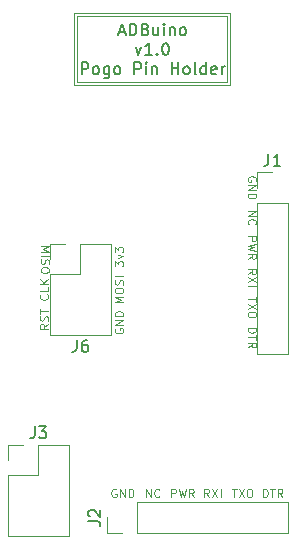
<source format=gbr>
%TF.GenerationSoftware,KiCad,Pcbnew,(5.1.9-16-g1737927814)-1*%
%TF.CreationDate,2021-08-21T22:04:47-05:00*%
%TF.ProjectId,adbuino,61646275-696e-46f2-9e6b-696361645f70,rev?*%
%TF.SameCoordinates,Original*%
%TF.FileFunction,Legend,Top*%
%TF.FilePolarity,Positive*%
%FSLAX46Y46*%
G04 Gerber Fmt 4.6, Leading zero omitted, Abs format (unit mm)*
G04 Created by KiCad (PCBNEW (5.1.9-16-g1737927814)-1) date 2021-08-21 22:04:47*
%MOMM*%
%LPD*%
G01*
G04 APERTURE LIST*
%ADD10C,0.100000*%
%ADD11C,0.120000*%
%ADD12C,0.150000*%
G04 APERTURE END LIST*
D10*
X39452666Y-71182666D02*
X39452666Y-70482666D01*
X39719333Y-70482666D01*
X39786000Y-70516000D01*
X39819333Y-70549333D01*
X39852666Y-70616000D01*
X39852666Y-70716000D01*
X39819333Y-70782666D01*
X39786000Y-70816000D01*
X39719333Y-70849333D01*
X39452666Y-70849333D01*
X40086000Y-70482666D02*
X40252666Y-71182666D01*
X40386000Y-70682666D01*
X40519333Y-71182666D01*
X40686000Y-70482666D01*
X41352666Y-71182666D02*
X41119333Y-70849333D01*
X40952666Y-71182666D02*
X40952666Y-70482666D01*
X41219333Y-70482666D01*
X41286000Y-70516000D01*
X41319333Y-70549333D01*
X41352666Y-70616000D01*
X41352666Y-70716000D01*
X41319333Y-70782666D01*
X41286000Y-70816000D01*
X41219333Y-70849333D01*
X40952666Y-70849333D01*
X34772666Y-70516000D02*
X34706000Y-70482666D01*
X34606000Y-70482666D01*
X34506000Y-70516000D01*
X34439333Y-70582666D01*
X34406000Y-70649333D01*
X34372666Y-70782666D01*
X34372666Y-70882666D01*
X34406000Y-71016000D01*
X34439333Y-71082666D01*
X34506000Y-71149333D01*
X34606000Y-71182666D01*
X34672666Y-71182666D01*
X34772666Y-71149333D01*
X34806000Y-71116000D01*
X34806000Y-70882666D01*
X34672666Y-70882666D01*
X35106000Y-71182666D02*
X35106000Y-70482666D01*
X35506000Y-71182666D01*
X35506000Y-70482666D01*
X35839333Y-71182666D02*
X35839333Y-70482666D01*
X36006000Y-70482666D01*
X36106000Y-70516000D01*
X36172666Y-70582666D01*
X36206000Y-70649333D01*
X36239333Y-70782666D01*
X36239333Y-70882666D01*
X36206000Y-71016000D01*
X36172666Y-71082666D01*
X36106000Y-71149333D01*
X36006000Y-71182666D01*
X35839333Y-71182666D01*
X44566000Y-70482666D02*
X44966000Y-70482666D01*
X44766000Y-71182666D02*
X44766000Y-70482666D01*
X45132666Y-70482666D02*
X45599333Y-71182666D01*
X45599333Y-70482666D02*
X45132666Y-71182666D01*
X45999333Y-70482666D02*
X46132666Y-70482666D01*
X46199333Y-70516000D01*
X46266000Y-70582666D01*
X46299333Y-70716000D01*
X46299333Y-70949333D01*
X46266000Y-71082666D01*
X46199333Y-71149333D01*
X46132666Y-71182666D01*
X45999333Y-71182666D01*
X45932666Y-71149333D01*
X45866000Y-71082666D01*
X45832666Y-70949333D01*
X45832666Y-70716000D01*
X45866000Y-70582666D01*
X45932666Y-70516000D01*
X45999333Y-70482666D01*
X37296000Y-71182666D02*
X37296000Y-70482666D01*
X37696000Y-71182666D01*
X37696000Y-70482666D01*
X38429333Y-71116000D02*
X38396000Y-71149333D01*
X38296000Y-71182666D01*
X38229333Y-71182666D01*
X38129333Y-71149333D01*
X38062666Y-71082666D01*
X38029333Y-71016000D01*
X37996000Y-70882666D01*
X37996000Y-70782666D01*
X38029333Y-70649333D01*
X38062666Y-70582666D01*
X38129333Y-70516000D01*
X38229333Y-70482666D01*
X38296000Y-70482666D01*
X38396000Y-70516000D01*
X38429333Y-70549333D01*
X42642666Y-71182666D02*
X42409333Y-70849333D01*
X42242666Y-71182666D02*
X42242666Y-70482666D01*
X42509333Y-70482666D01*
X42576000Y-70516000D01*
X42609333Y-70549333D01*
X42642666Y-70616000D01*
X42642666Y-70716000D01*
X42609333Y-70782666D01*
X42576000Y-70816000D01*
X42509333Y-70849333D01*
X42242666Y-70849333D01*
X42876000Y-70482666D02*
X43342666Y-71182666D01*
X43342666Y-70482666D02*
X42876000Y-71182666D01*
X43609333Y-71182666D02*
X43609333Y-70482666D01*
X47206000Y-71182666D02*
X47206000Y-70482666D01*
X47372666Y-70482666D01*
X47472666Y-70516000D01*
X47539333Y-70582666D01*
X47572666Y-70649333D01*
X47606000Y-70782666D01*
X47606000Y-70882666D01*
X47572666Y-71016000D01*
X47539333Y-71082666D01*
X47472666Y-71149333D01*
X47372666Y-71182666D01*
X47206000Y-71182666D01*
X47806000Y-70482666D02*
X48206000Y-70482666D01*
X48006000Y-71182666D02*
X48006000Y-70482666D01*
X48839333Y-71182666D02*
X48606000Y-70849333D01*
X48439333Y-71182666D02*
X48439333Y-70482666D01*
X48706000Y-70482666D01*
X48772666Y-70516000D01*
X48806000Y-70549333D01*
X48839333Y-70616000D01*
X48839333Y-70716000D01*
X48806000Y-70782666D01*
X48772666Y-70816000D01*
X48706000Y-70849333D01*
X48439333Y-70849333D01*
D11*
X44196000Y-30480000D02*
X31496000Y-30480000D01*
X44196000Y-36068000D02*
X44196000Y-30480000D01*
X31496000Y-36068000D02*
X44196000Y-36068000D01*
X31242000Y-36322000D02*
X31242000Y-30226000D01*
X31242000Y-30226000D02*
X44450000Y-30226000D01*
X31496000Y-30480000D02*
X31496000Y-36068000D01*
X44450000Y-30226000D02*
X44450000Y-36322000D01*
D12*
X35012666Y-31790666D02*
X35488857Y-31790666D01*
X34917428Y-32076380D02*
X35250761Y-31076380D01*
X35584095Y-32076380D01*
X35917428Y-32076380D02*
X35917428Y-31076380D01*
X36155523Y-31076380D01*
X36298380Y-31124000D01*
X36393619Y-31219238D01*
X36441238Y-31314476D01*
X36488857Y-31504952D01*
X36488857Y-31647809D01*
X36441238Y-31838285D01*
X36393619Y-31933523D01*
X36298380Y-32028761D01*
X36155523Y-32076380D01*
X35917428Y-32076380D01*
X37250761Y-31552571D02*
X37393619Y-31600190D01*
X37441238Y-31647809D01*
X37488857Y-31743047D01*
X37488857Y-31885904D01*
X37441238Y-31981142D01*
X37393619Y-32028761D01*
X37298380Y-32076380D01*
X36917428Y-32076380D01*
X36917428Y-31076380D01*
X37250761Y-31076380D01*
X37346000Y-31124000D01*
X37393619Y-31171619D01*
X37441238Y-31266857D01*
X37441238Y-31362095D01*
X37393619Y-31457333D01*
X37346000Y-31504952D01*
X37250761Y-31552571D01*
X36917428Y-31552571D01*
X38346000Y-31409714D02*
X38346000Y-32076380D01*
X37917428Y-31409714D02*
X37917428Y-31933523D01*
X37965047Y-32028761D01*
X38060285Y-32076380D01*
X38203142Y-32076380D01*
X38298380Y-32028761D01*
X38346000Y-31981142D01*
X38822190Y-32076380D02*
X38822190Y-31409714D01*
X38822190Y-31076380D02*
X38774571Y-31124000D01*
X38822190Y-31171619D01*
X38869809Y-31124000D01*
X38822190Y-31076380D01*
X38822190Y-31171619D01*
X39298380Y-31409714D02*
X39298380Y-32076380D01*
X39298380Y-31504952D02*
X39346000Y-31457333D01*
X39441238Y-31409714D01*
X39584095Y-31409714D01*
X39679333Y-31457333D01*
X39726952Y-31552571D01*
X39726952Y-32076380D01*
X40346000Y-32076380D02*
X40250761Y-32028761D01*
X40203142Y-31981142D01*
X40155523Y-31885904D01*
X40155523Y-31600190D01*
X40203142Y-31504952D01*
X40250761Y-31457333D01*
X40346000Y-31409714D01*
X40488857Y-31409714D01*
X40584095Y-31457333D01*
X40631714Y-31504952D01*
X40679333Y-31600190D01*
X40679333Y-31885904D01*
X40631714Y-31981142D01*
X40584095Y-32028761D01*
X40488857Y-32076380D01*
X40346000Y-32076380D01*
X36417428Y-33059714D02*
X36655523Y-33726380D01*
X36893619Y-33059714D01*
X37798380Y-33726380D02*
X37226952Y-33726380D01*
X37512666Y-33726380D02*
X37512666Y-32726380D01*
X37417428Y-32869238D01*
X37322190Y-32964476D01*
X37226952Y-33012095D01*
X38226952Y-33631142D02*
X38274571Y-33678761D01*
X38226952Y-33726380D01*
X38179333Y-33678761D01*
X38226952Y-33631142D01*
X38226952Y-33726380D01*
X38893619Y-32726380D02*
X38988857Y-32726380D01*
X39084095Y-32774000D01*
X39131714Y-32821619D01*
X39179333Y-32916857D01*
X39226952Y-33107333D01*
X39226952Y-33345428D01*
X39179333Y-33535904D01*
X39131714Y-33631142D01*
X39084095Y-33678761D01*
X38988857Y-33726380D01*
X38893619Y-33726380D01*
X38798380Y-33678761D01*
X38750761Y-33631142D01*
X38703142Y-33535904D01*
X38655523Y-33345428D01*
X38655523Y-33107333D01*
X38703142Y-32916857D01*
X38750761Y-32821619D01*
X38798380Y-32774000D01*
X38893619Y-32726380D01*
X31846000Y-35376380D02*
X31846000Y-34376380D01*
X32226952Y-34376380D01*
X32322190Y-34424000D01*
X32369809Y-34471619D01*
X32417428Y-34566857D01*
X32417428Y-34709714D01*
X32369809Y-34804952D01*
X32322190Y-34852571D01*
X32226952Y-34900190D01*
X31846000Y-34900190D01*
X32988857Y-35376380D02*
X32893619Y-35328761D01*
X32846000Y-35281142D01*
X32798380Y-35185904D01*
X32798380Y-34900190D01*
X32846000Y-34804952D01*
X32893619Y-34757333D01*
X32988857Y-34709714D01*
X33131714Y-34709714D01*
X33226952Y-34757333D01*
X33274571Y-34804952D01*
X33322190Y-34900190D01*
X33322190Y-35185904D01*
X33274571Y-35281142D01*
X33226952Y-35328761D01*
X33131714Y-35376380D01*
X32988857Y-35376380D01*
X34179333Y-34709714D02*
X34179333Y-35519238D01*
X34131714Y-35614476D01*
X34084095Y-35662095D01*
X33988857Y-35709714D01*
X33846000Y-35709714D01*
X33750761Y-35662095D01*
X34179333Y-35328761D02*
X34084095Y-35376380D01*
X33893619Y-35376380D01*
X33798380Y-35328761D01*
X33750761Y-35281142D01*
X33703142Y-35185904D01*
X33703142Y-34900190D01*
X33750761Y-34804952D01*
X33798380Y-34757333D01*
X33893619Y-34709714D01*
X34084095Y-34709714D01*
X34179333Y-34757333D01*
X34798380Y-35376380D02*
X34703142Y-35328761D01*
X34655523Y-35281142D01*
X34607904Y-35185904D01*
X34607904Y-34900190D01*
X34655523Y-34804952D01*
X34703142Y-34757333D01*
X34798380Y-34709714D01*
X34941238Y-34709714D01*
X35036476Y-34757333D01*
X35084095Y-34804952D01*
X35131714Y-34900190D01*
X35131714Y-35185904D01*
X35084095Y-35281142D01*
X35036476Y-35328761D01*
X34941238Y-35376380D01*
X34798380Y-35376380D01*
X36322190Y-35376380D02*
X36322190Y-34376380D01*
X36703142Y-34376380D01*
X36798380Y-34424000D01*
X36846000Y-34471619D01*
X36893619Y-34566857D01*
X36893619Y-34709714D01*
X36846000Y-34804952D01*
X36798380Y-34852571D01*
X36703142Y-34900190D01*
X36322190Y-34900190D01*
X37322190Y-35376380D02*
X37322190Y-34709714D01*
X37322190Y-34376380D02*
X37274571Y-34424000D01*
X37322190Y-34471619D01*
X37369809Y-34424000D01*
X37322190Y-34376380D01*
X37322190Y-34471619D01*
X37798380Y-34709714D02*
X37798380Y-35376380D01*
X37798380Y-34804952D02*
X37846000Y-34757333D01*
X37941238Y-34709714D01*
X38084095Y-34709714D01*
X38179333Y-34757333D01*
X38226952Y-34852571D01*
X38226952Y-35376380D01*
X39465047Y-35376380D02*
X39465047Y-34376380D01*
X39465047Y-34852571D02*
X40036476Y-34852571D01*
X40036476Y-35376380D02*
X40036476Y-34376380D01*
X40655523Y-35376380D02*
X40560285Y-35328761D01*
X40512666Y-35281142D01*
X40465047Y-35185904D01*
X40465047Y-34900190D01*
X40512666Y-34804952D01*
X40560285Y-34757333D01*
X40655523Y-34709714D01*
X40798380Y-34709714D01*
X40893619Y-34757333D01*
X40941238Y-34804952D01*
X40988857Y-34900190D01*
X40988857Y-35185904D01*
X40941238Y-35281142D01*
X40893619Y-35328761D01*
X40798380Y-35376380D01*
X40655523Y-35376380D01*
X41560285Y-35376380D02*
X41465047Y-35328761D01*
X41417428Y-35233523D01*
X41417428Y-34376380D01*
X42369809Y-35376380D02*
X42369809Y-34376380D01*
X42369809Y-35328761D02*
X42274571Y-35376380D01*
X42084095Y-35376380D01*
X41988857Y-35328761D01*
X41941238Y-35281142D01*
X41893619Y-35185904D01*
X41893619Y-34900190D01*
X41941238Y-34804952D01*
X41988857Y-34757333D01*
X42084095Y-34709714D01*
X42274571Y-34709714D01*
X42369809Y-34757333D01*
X43226952Y-35328761D02*
X43131714Y-35376380D01*
X42941238Y-35376380D01*
X42846000Y-35328761D01*
X42798380Y-35233523D01*
X42798380Y-34852571D01*
X42846000Y-34757333D01*
X42941238Y-34709714D01*
X43131714Y-34709714D01*
X43226952Y-34757333D01*
X43274571Y-34852571D01*
X43274571Y-34947809D01*
X42798380Y-35043047D01*
X43703142Y-35376380D02*
X43703142Y-34709714D01*
X43703142Y-34900190D02*
X43750761Y-34804952D01*
X43798380Y-34757333D01*
X43893619Y-34709714D01*
X43988857Y-34709714D01*
D11*
X44450000Y-36322000D02*
X31242000Y-36322000D01*
D10*
X34702000Y-56921333D02*
X34668666Y-56988000D01*
X34668666Y-57088000D01*
X34702000Y-57188000D01*
X34768666Y-57254666D01*
X34835333Y-57288000D01*
X34968666Y-57321333D01*
X35068666Y-57321333D01*
X35202000Y-57288000D01*
X35268666Y-57254666D01*
X35335333Y-57188000D01*
X35368666Y-57088000D01*
X35368666Y-57021333D01*
X35335333Y-56921333D01*
X35302000Y-56888000D01*
X35068666Y-56888000D01*
X35068666Y-57021333D01*
X35368666Y-56588000D02*
X34668666Y-56588000D01*
X35368666Y-56188000D01*
X34668666Y-56188000D01*
X35368666Y-55854666D02*
X34668666Y-55854666D01*
X34668666Y-55688000D01*
X34702000Y-55588000D01*
X34768666Y-55521333D01*
X34835333Y-55488000D01*
X34968666Y-55454666D01*
X35068666Y-55454666D01*
X35202000Y-55488000D01*
X35268666Y-55521333D01*
X35335333Y-55588000D01*
X35368666Y-55688000D01*
X35368666Y-55854666D01*
X35368666Y-54694000D02*
X34668666Y-54694000D01*
X35168666Y-54460666D01*
X34668666Y-54227333D01*
X35368666Y-54227333D01*
X34668666Y-53760666D02*
X34668666Y-53627333D01*
X34702000Y-53560666D01*
X34768666Y-53494000D01*
X34902000Y-53460666D01*
X35135333Y-53460666D01*
X35268666Y-53494000D01*
X35335333Y-53560666D01*
X35368666Y-53627333D01*
X35368666Y-53760666D01*
X35335333Y-53827333D01*
X35268666Y-53894000D01*
X35135333Y-53927333D01*
X34902000Y-53927333D01*
X34768666Y-53894000D01*
X34702000Y-53827333D01*
X34668666Y-53760666D01*
X35335333Y-53194000D02*
X35368666Y-53094000D01*
X35368666Y-52927333D01*
X35335333Y-52860666D01*
X35302000Y-52827333D01*
X35235333Y-52794000D01*
X35168666Y-52794000D01*
X35102000Y-52827333D01*
X35068666Y-52860666D01*
X35035333Y-52927333D01*
X35002000Y-53060666D01*
X34968666Y-53127333D01*
X34935333Y-53160666D01*
X34868666Y-53194000D01*
X34802000Y-53194000D01*
X34735333Y-53160666D01*
X34702000Y-53127333D01*
X34668666Y-53060666D01*
X34668666Y-52894000D01*
X34702000Y-52794000D01*
X35368666Y-52494000D02*
X34668666Y-52494000D01*
X28385333Y-49954000D02*
X29085333Y-49954000D01*
X28585333Y-50187333D01*
X29085333Y-50420666D01*
X28385333Y-50420666D01*
X28385333Y-50754000D02*
X29085333Y-50754000D01*
X28418666Y-51054000D02*
X28385333Y-51154000D01*
X28385333Y-51320666D01*
X28418666Y-51387333D01*
X28452000Y-51420666D01*
X28518666Y-51454000D01*
X28585333Y-51454000D01*
X28652000Y-51420666D01*
X28685333Y-51387333D01*
X28718666Y-51320666D01*
X28752000Y-51187333D01*
X28785333Y-51120666D01*
X28818666Y-51087333D01*
X28885333Y-51054000D01*
X28952000Y-51054000D01*
X29018666Y-51087333D01*
X29052000Y-51120666D01*
X29085333Y-51187333D01*
X29085333Y-51354000D01*
X29052000Y-51454000D01*
X29085333Y-51887333D02*
X29085333Y-52020666D01*
X29052000Y-52087333D01*
X28985333Y-52154000D01*
X28852000Y-52187333D01*
X28618666Y-52187333D01*
X28485333Y-52154000D01*
X28418666Y-52087333D01*
X28385333Y-52020666D01*
X28385333Y-51887333D01*
X28418666Y-51820666D01*
X28485333Y-51754000D01*
X28618666Y-51720666D01*
X28852000Y-51720666D01*
X28985333Y-51754000D01*
X29052000Y-51820666D01*
X29085333Y-51887333D01*
X34668666Y-51633333D02*
X34668666Y-51200000D01*
X34935333Y-51433333D01*
X34935333Y-51333333D01*
X34968666Y-51266666D01*
X35002000Y-51233333D01*
X35068666Y-51200000D01*
X35235333Y-51200000D01*
X35302000Y-51233333D01*
X35335333Y-51266666D01*
X35368666Y-51333333D01*
X35368666Y-51533333D01*
X35335333Y-51600000D01*
X35302000Y-51633333D01*
X34902000Y-50966666D02*
X35368666Y-50800000D01*
X34902000Y-50633333D01*
X34668666Y-50433333D02*
X34668666Y-50000000D01*
X34935333Y-50233333D01*
X34935333Y-50133333D01*
X34968666Y-50066666D01*
X35002000Y-50033333D01*
X35068666Y-50000000D01*
X35235333Y-50000000D01*
X35302000Y-50033333D01*
X35335333Y-50066666D01*
X35368666Y-50133333D01*
X35368666Y-50333333D01*
X35335333Y-50400000D01*
X35302000Y-50433333D01*
X29018666Y-56517333D02*
X28685333Y-56750666D01*
X29018666Y-56917333D02*
X28318666Y-56917333D01*
X28318666Y-56650666D01*
X28352000Y-56584000D01*
X28385333Y-56550666D01*
X28452000Y-56517333D01*
X28552000Y-56517333D01*
X28618666Y-56550666D01*
X28652000Y-56584000D01*
X28685333Y-56650666D01*
X28685333Y-56917333D01*
X28985333Y-56250666D02*
X29018666Y-56150666D01*
X29018666Y-55984000D01*
X28985333Y-55917333D01*
X28952000Y-55884000D01*
X28885333Y-55850666D01*
X28818666Y-55850666D01*
X28752000Y-55884000D01*
X28718666Y-55917333D01*
X28685333Y-55984000D01*
X28652000Y-56117333D01*
X28618666Y-56184000D01*
X28585333Y-56217333D01*
X28518666Y-56250666D01*
X28452000Y-56250666D01*
X28385333Y-56217333D01*
X28352000Y-56184000D01*
X28318666Y-56117333D01*
X28318666Y-55950666D01*
X28352000Y-55850666D01*
X28318666Y-55650666D02*
X28318666Y-55250666D01*
X29018666Y-55450666D02*
X28318666Y-55450666D01*
X28952000Y-54010666D02*
X28985333Y-54044000D01*
X29018666Y-54144000D01*
X29018666Y-54210666D01*
X28985333Y-54310666D01*
X28918666Y-54377333D01*
X28852000Y-54410666D01*
X28718666Y-54444000D01*
X28618666Y-54444000D01*
X28485333Y-54410666D01*
X28418666Y-54377333D01*
X28352000Y-54310666D01*
X28318666Y-54210666D01*
X28318666Y-54144000D01*
X28352000Y-54044000D01*
X28385333Y-54010666D01*
X29018666Y-53377333D02*
X29018666Y-53710666D01*
X28318666Y-53710666D01*
X29018666Y-53144000D02*
X28318666Y-53144000D01*
X29018666Y-52744000D02*
X28618666Y-53044000D01*
X28318666Y-52744000D02*
X28718666Y-53144000D01*
X45911333Y-49104666D02*
X46611333Y-49104666D01*
X46611333Y-49371333D01*
X46578000Y-49438000D01*
X46544666Y-49471333D01*
X46478000Y-49504666D01*
X46378000Y-49504666D01*
X46311333Y-49471333D01*
X46278000Y-49438000D01*
X46244666Y-49371333D01*
X46244666Y-49104666D01*
X46611333Y-49738000D02*
X45911333Y-49904666D01*
X46411333Y-50038000D01*
X45911333Y-50171333D01*
X46611333Y-50338000D01*
X45911333Y-51004666D02*
X46244666Y-50771333D01*
X45911333Y-50604666D02*
X46611333Y-50604666D01*
X46611333Y-50871333D01*
X46578000Y-50938000D01*
X46544666Y-50971333D01*
X46478000Y-51004666D01*
X46378000Y-51004666D01*
X46311333Y-50971333D01*
X46278000Y-50938000D01*
X46244666Y-50871333D01*
X46244666Y-50604666D01*
X45911333Y-56858000D02*
X46611333Y-56858000D01*
X46611333Y-57024666D01*
X46578000Y-57124666D01*
X46511333Y-57191333D01*
X46444666Y-57224666D01*
X46311333Y-57258000D01*
X46211333Y-57258000D01*
X46078000Y-57224666D01*
X46011333Y-57191333D01*
X45944666Y-57124666D01*
X45911333Y-57024666D01*
X45911333Y-56858000D01*
X46611333Y-57458000D02*
X46611333Y-57858000D01*
X45911333Y-57658000D02*
X46611333Y-57658000D01*
X45911333Y-58491333D02*
X46244666Y-58258000D01*
X45911333Y-58091333D02*
X46611333Y-58091333D01*
X46611333Y-58358000D01*
X46578000Y-58424666D01*
X46544666Y-58458000D01*
X46478000Y-58491333D01*
X46378000Y-58491333D01*
X46311333Y-58458000D01*
X46278000Y-58424666D01*
X46244666Y-58358000D01*
X46244666Y-58091333D01*
X46611333Y-54218000D02*
X46611333Y-54618000D01*
X45911333Y-54418000D02*
X46611333Y-54418000D01*
X46611333Y-54784666D02*
X45911333Y-55251333D01*
X46611333Y-55251333D02*
X45911333Y-54784666D01*
X46611333Y-55651333D02*
X46611333Y-55784666D01*
X46578000Y-55851333D01*
X46511333Y-55918000D01*
X46378000Y-55951333D01*
X46144666Y-55951333D01*
X46011333Y-55918000D01*
X45944666Y-55851333D01*
X45911333Y-55784666D01*
X45911333Y-55651333D01*
X45944666Y-55584666D01*
X46011333Y-55518000D01*
X46144666Y-55484666D01*
X46378000Y-55484666D01*
X46511333Y-55518000D01*
X46578000Y-55584666D01*
X46611333Y-55651333D01*
X45911333Y-52294666D02*
X46244666Y-52061333D01*
X45911333Y-51894666D02*
X46611333Y-51894666D01*
X46611333Y-52161333D01*
X46578000Y-52228000D01*
X46544666Y-52261333D01*
X46478000Y-52294666D01*
X46378000Y-52294666D01*
X46311333Y-52261333D01*
X46278000Y-52228000D01*
X46244666Y-52161333D01*
X46244666Y-51894666D01*
X46611333Y-52528000D02*
X45911333Y-52994666D01*
X46611333Y-52994666D02*
X45911333Y-52528000D01*
X45911333Y-53261333D02*
X46611333Y-53261333D01*
X45911333Y-46948000D02*
X46611333Y-46948000D01*
X45911333Y-47348000D01*
X46611333Y-47348000D01*
X45978000Y-48081333D02*
X45944666Y-48048000D01*
X45911333Y-47948000D01*
X45911333Y-47881333D01*
X45944666Y-47781333D01*
X46011333Y-47714666D01*
X46078000Y-47681333D01*
X46211333Y-47648000D01*
X46311333Y-47648000D01*
X46444666Y-47681333D01*
X46511333Y-47714666D01*
X46578000Y-47781333D01*
X46611333Y-47881333D01*
X46611333Y-47948000D01*
X46578000Y-48048000D01*
X46544666Y-48081333D01*
X46578000Y-44424666D02*
X46611333Y-44358000D01*
X46611333Y-44258000D01*
X46578000Y-44158000D01*
X46511333Y-44091333D01*
X46444666Y-44058000D01*
X46311333Y-44024666D01*
X46211333Y-44024666D01*
X46078000Y-44058000D01*
X46011333Y-44091333D01*
X45944666Y-44158000D01*
X45911333Y-44258000D01*
X45911333Y-44324666D01*
X45944666Y-44424666D01*
X45978000Y-44458000D01*
X46211333Y-44458000D01*
X46211333Y-44324666D01*
X45911333Y-44758000D02*
X46611333Y-44758000D01*
X45911333Y-45158000D01*
X46611333Y-45158000D01*
X45911333Y-45491333D02*
X46611333Y-45491333D01*
X46611333Y-45658000D01*
X46578000Y-45758000D01*
X46511333Y-45824666D01*
X46444666Y-45858000D01*
X46311333Y-45891333D01*
X46211333Y-45891333D01*
X46078000Y-45858000D01*
X46011333Y-45824666D01*
X45944666Y-45758000D01*
X45911333Y-45658000D01*
X45911333Y-45491333D01*
D11*
%TO.C,J3*%
X25594000Y-74482000D02*
X30794000Y-74482000D01*
X25594000Y-69342000D02*
X25594000Y-74482000D01*
X30794000Y-66742000D02*
X30794000Y-74482000D01*
X25594000Y-69342000D02*
X28194000Y-69342000D01*
X28194000Y-69342000D02*
X28194000Y-66742000D01*
X28194000Y-66742000D02*
X30794000Y-66742000D01*
X25594000Y-68072000D02*
X25594000Y-66742000D01*
X25594000Y-66742000D02*
X26924000Y-66742000D01*
%TO.C,J2*%
X49336000Y-74228000D02*
X49336000Y-71568000D01*
X36576000Y-74228000D02*
X49336000Y-74228000D01*
X36576000Y-71568000D02*
X49336000Y-71568000D01*
X36576000Y-74228000D02*
X36576000Y-71568000D01*
X35306000Y-74228000D02*
X33976000Y-74228000D01*
X33976000Y-74228000D02*
X33976000Y-72898000D01*
%TO.C,J6*%
X29150000Y-57464000D02*
X34350000Y-57464000D01*
X29150000Y-52324000D02*
X29150000Y-57464000D01*
X34350000Y-49724000D02*
X34350000Y-57464000D01*
X29150000Y-52324000D02*
X31750000Y-52324000D01*
X31750000Y-52324000D02*
X31750000Y-49724000D01*
X31750000Y-49724000D02*
X34350000Y-49724000D01*
X29150000Y-51054000D02*
X29150000Y-49724000D01*
X29150000Y-49724000D02*
X30480000Y-49724000D01*
%TO.C,J1*%
X46670000Y-43670000D02*
X48000000Y-43670000D01*
X46670000Y-45000000D02*
X46670000Y-43670000D01*
X46670000Y-46270000D02*
X49330000Y-46270000D01*
X49330000Y-46270000D02*
X49330000Y-59030000D01*
X46670000Y-46270000D02*
X46670000Y-59030000D01*
X46670000Y-59030000D02*
X49330000Y-59030000D01*
%TO.C,J3*%
D12*
X27860666Y-65194380D02*
X27860666Y-65908666D01*
X27813047Y-66051523D01*
X27717809Y-66146761D01*
X27574952Y-66194380D01*
X27479714Y-66194380D01*
X28241619Y-65194380D02*
X28860666Y-65194380D01*
X28527333Y-65575333D01*
X28670190Y-65575333D01*
X28765428Y-65622952D01*
X28813047Y-65670571D01*
X28860666Y-65765809D01*
X28860666Y-66003904D01*
X28813047Y-66099142D01*
X28765428Y-66146761D01*
X28670190Y-66194380D01*
X28384476Y-66194380D01*
X28289238Y-66146761D01*
X28241619Y-66099142D01*
%TO.C,J2*%
X32428380Y-73231333D02*
X33142666Y-73231333D01*
X33285523Y-73278952D01*
X33380761Y-73374190D01*
X33428380Y-73517047D01*
X33428380Y-73612285D01*
X32523619Y-72802761D02*
X32476000Y-72755142D01*
X32428380Y-72659904D01*
X32428380Y-72421809D01*
X32476000Y-72326571D01*
X32523619Y-72278952D01*
X32618857Y-72231333D01*
X32714095Y-72231333D01*
X32856952Y-72278952D01*
X33428380Y-72850380D01*
X33428380Y-72231333D01*
%TO.C,J6*%
X31416666Y-57872380D02*
X31416666Y-58586666D01*
X31369047Y-58729523D01*
X31273809Y-58824761D01*
X31130952Y-58872380D01*
X31035714Y-58872380D01*
X32321428Y-57872380D02*
X32130952Y-57872380D01*
X32035714Y-57920000D01*
X31988095Y-57967619D01*
X31892857Y-58110476D01*
X31845238Y-58300952D01*
X31845238Y-58681904D01*
X31892857Y-58777142D01*
X31940476Y-58824761D01*
X32035714Y-58872380D01*
X32226190Y-58872380D01*
X32321428Y-58824761D01*
X32369047Y-58777142D01*
X32416666Y-58681904D01*
X32416666Y-58443809D01*
X32369047Y-58348571D01*
X32321428Y-58300952D01*
X32226190Y-58253333D01*
X32035714Y-58253333D01*
X31940476Y-58300952D01*
X31892857Y-58348571D01*
X31845238Y-58443809D01*
%TO.C,J1*%
X47666666Y-42122380D02*
X47666666Y-42836666D01*
X47619047Y-42979523D01*
X47523809Y-43074761D01*
X47380952Y-43122380D01*
X47285714Y-43122380D01*
X48666666Y-43122380D02*
X48095238Y-43122380D01*
X48380952Y-43122380D02*
X48380952Y-42122380D01*
X48285714Y-42265238D01*
X48190476Y-42360476D01*
X48095238Y-42408095D01*
%TD*%
M02*

</source>
